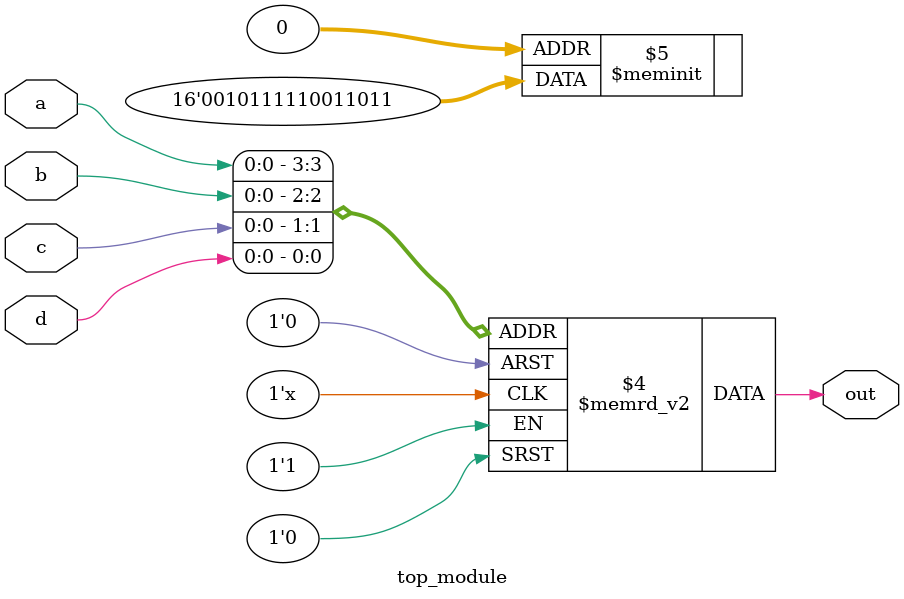
<source format=sv>
module top_module (
    input a, 
    input b,
    input c,
    input d,
    output reg out
);

    always @(*) begin
        case ({a, b, c, d})
            4'b0000: out = 1'b1;
            4'b0001: out = 1'b1;
            4'b0010: out = 1'b0;
            4'b0011: out = 1'b1;
            4'b0100: out = 1'b1;
            4'b0101: out = 1'b0;
            4'b0110: out = 1'b0;
            4'b0111: out = 1'b1;
            4'b1000: out = 1'b1;
            4'b1001: out = 1'b1;
            4'b1010: out = 1'b1;
            4'b1011: out = 1'b1;
            4'b1100: out = 1'b0;
            4'b1101: out = 1'b1;
            4'b1110: out = 1'b0;
            4'b1111: out = 1'b0;
        endcase
    end

endmodule

</source>
